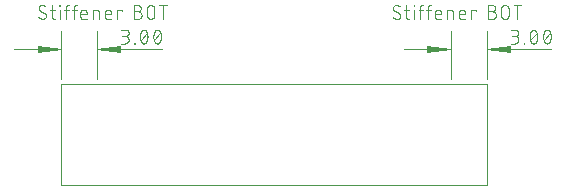
<source format=gko>
G04 EAGLE Gerber RS-274X export*
G75*
%MOMM*%
%FSLAX34Y34*%
%LPD*%
%IN*%
%IPPOS*%
%AMOC8*
5,1,8,0,0,1.08239X$1,22.5*%
G01*
%ADD10C,0.100000*%
%ADD11C,0.101600*%


D10*
X0Y0D02*
X0Y85000D01*
X360000Y85000D01*
X360000Y0D01*
X0Y0D01*
X0Y90000D02*
X0Y130000D01*
X30000Y130000D02*
X30000Y90000D01*
X-500Y115000D02*
X-40000Y115000D01*
X30500Y115000D02*
X84939Y115000D01*
X-500Y115000D02*
X-20000Y117456D01*
X-20000Y112544D01*
X-500Y115000D01*
X-20000Y116000D01*
X-20000Y114000D02*
X-500Y115000D01*
X-20000Y117000D01*
X-20000Y113000D02*
X-500Y115000D01*
X30500Y115000D02*
X50000Y117456D01*
X50000Y112544D01*
X30500Y115000D01*
X50000Y116000D01*
X50000Y114000D02*
X30500Y115000D01*
X50000Y117000D01*
X50000Y113000D02*
X30500Y115000D01*
D11*
X50508Y119683D02*
X53754Y119683D01*
X53867Y119685D01*
X53980Y119691D01*
X54093Y119701D01*
X54206Y119715D01*
X54318Y119732D01*
X54429Y119754D01*
X54539Y119779D01*
X54649Y119809D01*
X54757Y119842D01*
X54864Y119879D01*
X54970Y119919D01*
X55074Y119964D01*
X55177Y120012D01*
X55278Y120063D01*
X55377Y120118D01*
X55474Y120176D01*
X55569Y120238D01*
X55662Y120303D01*
X55752Y120371D01*
X55840Y120442D01*
X55926Y120517D01*
X56009Y120594D01*
X56089Y120674D01*
X56166Y120757D01*
X56241Y120843D01*
X56312Y120931D01*
X56380Y121021D01*
X56445Y121114D01*
X56507Y121209D01*
X56565Y121306D01*
X56620Y121405D01*
X56671Y121506D01*
X56719Y121609D01*
X56764Y121713D01*
X56804Y121819D01*
X56841Y121926D01*
X56874Y122034D01*
X56904Y122144D01*
X56929Y122254D01*
X56951Y122365D01*
X56968Y122477D01*
X56982Y122590D01*
X56992Y122703D01*
X56998Y122816D01*
X57000Y122929D01*
X56998Y123042D01*
X56992Y123155D01*
X56982Y123268D01*
X56968Y123381D01*
X56951Y123493D01*
X56929Y123604D01*
X56904Y123714D01*
X56874Y123824D01*
X56841Y123932D01*
X56804Y124039D01*
X56764Y124145D01*
X56719Y124249D01*
X56671Y124352D01*
X56620Y124453D01*
X56565Y124552D01*
X56507Y124649D01*
X56445Y124744D01*
X56380Y124837D01*
X56312Y124927D01*
X56241Y125015D01*
X56166Y125101D01*
X56089Y125184D01*
X56009Y125264D01*
X55926Y125341D01*
X55840Y125416D01*
X55752Y125487D01*
X55662Y125555D01*
X55569Y125620D01*
X55474Y125682D01*
X55377Y125740D01*
X55278Y125795D01*
X55177Y125846D01*
X55074Y125894D01*
X54970Y125939D01*
X54864Y125979D01*
X54757Y126016D01*
X54649Y126049D01*
X54539Y126079D01*
X54429Y126104D01*
X54318Y126126D01*
X54206Y126143D01*
X54093Y126157D01*
X53980Y126167D01*
X53867Y126173D01*
X53754Y126175D01*
X54403Y131367D02*
X50508Y131367D01*
X54403Y131367D02*
X54504Y131365D01*
X54604Y131359D01*
X54704Y131349D01*
X54804Y131336D01*
X54903Y131318D01*
X55002Y131297D01*
X55099Y131272D01*
X55196Y131243D01*
X55291Y131210D01*
X55385Y131174D01*
X55477Y131134D01*
X55568Y131091D01*
X55657Y131044D01*
X55744Y130994D01*
X55830Y130940D01*
X55913Y130883D01*
X55993Y130823D01*
X56072Y130760D01*
X56148Y130693D01*
X56221Y130624D01*
X56291Y130552D01*
X56359Y130478D01*
X56424Y130401D01*
X56485Y130321D01*
X56544Y130239D01*
X56599Y130155D01*
X56651Y130069D01*
X56700Y129981D01*
X56745Y129891D01*
X56787Y129799D01*
X56825Y129706D01*
X56859Y129611D01*
X56890Y129516D01*
X56917Y129419D01*
X56940Y129321D01*
X56960Y129222D01*
X56975Y129122D01*
X56987Y129022D01*
X56995Y128922D01*
X56999Y128821D01*
X56999Y128721D01*
X56995Y128620D01*
X56987Y128520D01*
X56975Y128420D01*
X56960Y128320D01*
X56940Y128221D01*
X56917Y128123D01*
X56890Y128026D01*
X56859Y127931D01*
X56825Y127836D01*
X56787Y127743D01*
X56745Y127651D01*
X56700Y127561D01*
X56651Y127473D01*
X56599Y127387D01*
X56544Y127303D01*
X56485Y127221D01*
X56424Y127141D01*
X56359Y127064D01*
X56291Y126990D01*
X56221Y126918D01*
X56148Y126849D01*
X56072Y126782D01*
X55993Y126719D01*
X55913Y126659D01*
X55830Y126602D01*
X55744Y126548D01*
X55657Y126498D01*
X55568Y126451D01*
X55477Y126408D01*
X55385Y126368D01*
X55291Y126332D01*
X55196Y126299D01*
X55099Y126270D01*
X55002Y126245D01*
X54903Y126224D01*
X54804Y126206D01*
X54704Y126193D01*
X54604Y126183D01*
X54504Y126177D01*
X54403Y126175D01*
X54403Y126174D02*
X51806Y126174D01*
X61430Y120332D02*
X61430Y119683D01*
X61430Y120332D02*
X62079Y120332D01*
X62079Y119683D01*
X61430Y119683D01*
X66510Y125525D02*
X66513Y125755D01*
X66521Y125985D01*
X66535Y126214D01*
X66554Y126443D01*
X66579Y126672D01*
X66609Y126899D01*
X66644Y127127D01*
X66685Y127353D01*
X66731Y127578D01*
X66783Y127802D01*
X66840Y128024D01*
X66902Y128246D01*
X66970Y128465D01*
X67043Y128683D01*
X67121Y128900D01*
X67204Y129114D01*
X67292Y129326D01*
X67385Y129536D01*
X67484Y129744D01*
X67483Y129744D02*
X67516Y129834D01*
X67552Y129923D01*
X67592Y130011D01*
X67636Y130096D01*
X67683Y130180D01*
X67733Y130262D01*
X67787Y130342D01*
X67843Y130419D01*
X67903Y130495D01*
X67966Y130568D01*
X68031Y130638D01*
X68100Y130706D01*
X68171Y130770D01*
X68244Y130832D01*
X68320Y130891D01*
X68398Y130947D01*
X68479Y131000D01*
X68561Y131049D01*
X68645Y131095D01*
X68732Y131138D01*
X68819Y131177D01*
X68909Y131213D01*
X68999Y131245D01*
X69091Y131273D01*
X69184Y131298D01*
X69278Y131319D01*
X69372Y131336D01*
X69467Y131350D01*
X69563Y131359D01*
X69659Y131365D01*
X69755Y131367D01*
X69851Y131365D01*
X69947Y131359D01*
X70043Y131350D01*
X70138Y131336D01*
X70232Y131319D01*
X70326Y131298D01*
X70419Y131273D01*
X70511Y131245D01*
X70601Y131213D01*
X70691Y131177D01*
X70778Y131138D01*
X70865Y131095D01*
X70949Y131049D01*
X71031Y131000D01*
X71112Y130947D01*
X71190Y130891D01*
X71266Y130832D01*
X71339Y130770D01*
X71410Y130706D01*
X71479Y130638D01*
X71544Y130568D01*
X71607Y130495D01*
X71667Y130419D01*
X71723Y130342D01*
X71777Y130262D01*
X71827Y130180D01*
X71874Y130096D01*
X71918Y130011D01*
X71958Y129923D01*
X71994Y129834D01*
X72027Y129744D01*
X72028Y129744D02*
X72127Y129537D01*
X72220Y129327D01*
X72308Y129114D01*
X72391Y128900D01*
X72469Y128684D01*
X72542Y128466D01*
X72610Y128246D01*
X72672Y128025D01*
X72729Y127802D01*
X72781Y127578D01*
X72827Y127353D01*
X72868Y127127D01*
X72903Y126900D01*
X72933Y126672D01*
X72958Y126443D01*
X72977Y126214D01*
X72991Y125985D01*
X72999Y125755D01*
X73002Y125525D01*
X66510Y125525D02*
X66513Y125295D01*
X66521Y125065D01*
X66535Y124836D01*
X66554Y124607D01*
X66579Y124378D01*
X66609Y124150D01*
X66644Y123923D01*
X66685Y123697D01*
X66731Y123472D01*
X66783Y123248D01*
X66840Y123025D01*
X66902Y122804D01*
X66970Y122584D01*
X67043Y122366D01*
X67121Y122150D01*
X67204Y121936D01*
X67292Y121724D01*
X67385Y121513D01*
X67484Y121306D01*
X67483Y121306D02*
X67516Y121216D01*
X67552Y121127D01*
X67593Y121039D01*
X67636Y120954D01*
X67683Y120870D01*
X67733Y120788D01*
X67787Y120708D01*
X67843Y120631D01*
X67903Y120555D01*
X67966Y120482D01*
X68031Y120412D01*
X68100Y120344D01*
X68171Y120280D01*
X68244Y120218D01*
X68320Y120159D01*
X68398Y120103D01*
X68479Y120050D01*
X68561Y120001D01*
X68645Y119955D01*
X68732Y119912D01*
X68819Y119873D01*
X68909Y119837D01*
X68999Y119805D01*
X69091Y119777D01*
X69184Y119752D01*
X69278Y119731D01*
X69372Y119714D01*
X69467Y119700D01*
X69563Y119691D01*
X69659Y119685D01*
X69755Y119683D01*
X72027Y121306D02*
X72126Y121513D01*
X72219Y121724D01*
X72307Y121936D01*
X72390Y122150D01*
X72468Y122366D01*
X72541Y122584D01*
X72609Y122804D01*
X72671Y123025D01*
X72728Y123248D01*
X72780Y123472D01*
X72826Y123697D01*
X72867Y123923D01*
X72902Y124150D01*
X72932Y124378D01*
X72957Y124607D01*
X72976Y124836D01*
X72990Y125065D01*
X72998Y125295D01*
X73001Y125525D01*
X72027Y121306D02*
X71994Y121216D01*
X71958Y121127D01*
X71918Y121039D01*
X71874Y120954D01*
X71827Y120870D01*
X71777Y120788D01*
X71723Y120708D01*
X71667Y120631D01*
X71607Y120555D01*
X71544Y120482D01*
X71479Y120412D01*
X71410Y120344D01*
X71339Y120280D01*
X71266Y120218D01*
X71190Y120159D01*
X71112Y120103D01*
X71031Y120050D01*
X70949Y120001D01*
X70865Y119955D01*
X70778Y119912D01*
X70691Y119873D01*
X70601Y119837D01*
X70511Y119805D01*
X70419Y119777D01*
X70326Y119752D01*
X70232Y119731D01*
X70138Y119714D01*
X70043Y119700D01*
X69947Y119691D01*
X69851Y119685D01*
X69755Y119683D01*
X67159Y122279D02*
X72352Y128771D01*
X77940Y125525D02*
X77943Y125755D01*
X77951Y125985D01*
X77965Y126214D01*
X77984Y126443D01*
X78009Y126672D01*
X78039Y126899D01*
X78074Y127127D01*
X78115Y127353D01*
X78161Y127578D01*
X78213Y127802D01*
X78270Y128024D01*
X78332Y128246D01*
X78400Y128465D01*
X78473Y128683D01*
X78551Y128900D01*
X78634Y129114D01*
X78722Y129326D01*
X78815Y129536D01*
X78914Y129744D01*
X78913Y129744D02*
X78946Y129834D01*
X78982Y129923D01*
X79022Y130011D01*
X79066Y130096D01*
X79113Y130180D01*
X79163Y130262D01*
X79217Y130342D01*
X79273Y130419D01*
X79333Y130495D01*
X79396Y130568D01*
X79461Y130638D01*
X79530Y130706D01*
X79601Y130770D01*
X79674Y130832D01*
X79750Y130891D01*
X79828Y130947D01*
X79909Y131000D01*
X79991Y131049D01*
X80075Y131095D01*
X80162Y131138D01*
X80249Y131177D01*
X80339Y131213D01*
X80429Y131245D01*
X80521Y131273D01*
X80614Y131298D01*
X80708Y131319D01*
X80802Y131336D01*
X80897Y131350D01*
X80993Y131359D01*
X81089Y131365D01*
X81185Y131367D01*
X81281Y131365D01*
X81377Y131359D01*
X81473Y131350D01*
X81568Y131336D01*
X81662Y131319D01*
X81756Y131298D01*
X81849Y131273D01*
X81941Y131245D01*
X82031Y131213D01*
X82121Y131177D01*
X82208Y131138D01*
X82295Y131095D01*
X82379Y131049D01*
X82461Y131000D01*
X82542Y130947D01*
X82620Y130891D01*
X82696Y130832D01*
X82769Y130770D01*
X82840Y130706D01*
X82909Y130638D01*
X82974Y130568D01*
X83037Y130495D01*
X83097Y130419D01*
X83153Y130342D01*
X83207Y130262D01*
X83257Y130180D01*
X83304Y130096D01*
X83348Y130011D01*
X83388Y129923D01*
X83424Y129834D01*
X83457Y129744D01*
X83458Y129744D02*
X83557Y129537D01*
X83650Y129327D01*
X83738Y129114D01*
X83821Y128900D01*
X83899Y128684D01*
X83972Y128466D01*
X84040Y128246D01*
X84102Y128025D01*
X84159Y127802D01*
X84211Y127578D01*
X84257Y127353D01*
X84298Y127127D01*
X84333Y126900D01*
X84363Y126672D01*
X84388Y126443D01*
X84407Y126214D01*
X84421Y125985D01*
X84429Y125755D01*
X84432Y125525D01*
X77940Y125525D02*
X77943Y125295D01*
X77951Y125065D01*
X77965Y124836D01*
X77984Y124607D01*
X78009Y124378D01*
X78039Y124150D01*
X78074Y123923D01*
X78115Y123697D01*
X78161Y123472D01*
X78213Y123248D01*
X78270Y123025D01*
X78332Y122804D01*
X78400Y122584D01*
X78473Y122366D01*
X78551Y122150D01*
X78634Y121936D01*
X78722Y121724D01*
X78815Y121513D01*
X78914Y121306D01*
X78913Y121306D02*
X78946Y121216D01*
X78982Y121127D01*
X79023Y121039D01*
X79066Y120954D01*
X79113Y120870D01*
X79163Y120788D01*
X79217Y120708D01*
X79273Y120631D01*
X79333Y120555D01*
X79396Y120482D01*
X79461Y120412D01*
X79530Y120344D01*
X79601Y120280D01*
X79674Y120218D01*
X79750Y120159D01*
X79828Y120103D01*
X79909Y120050D01*
X79991Y120001D01*
X80075Y119955D01*
X80162Y119912D01*
X80249Y119873D01*
X80339Y119837D01*
X80429Y119805D01*
X80521Y119777D01*
X80614Y119752D01*
X80708Y119731D01*
X80802Y119714D01*
X80897Y119700D01*
X80993Y119691D01*
X81089Y119685D01*
X81185Y119683D01*
X83457Y121306D02*
X83556Y121513D01*
X83649Y121724D01*
X83737Y121936D01*
X83820Y122150D01*
X83898Y122366D01*
X83971Y122584D01*
X84039Y122804D01*
X84101Y123025D01*
X84158Y123248D01*
X84210Y123472D01*
X84256Y123697D01*
X84297Y123923D01*
X84332Y124150D01*
X84362Y124378D01*
X84387Y124607D01*
X84406Y124836D01*
X84420Y125065D01*
X84428Y125295D01*
X84431Y125525D01*
X83457Y121306D02*
X83424Y121216D01*
X83388Y121127D01*
X83348Y121039D01*
X83304Y120954D01*
X83257Y120870D01*
X83207Y120788D01*
X83153Y120708D01*
X83097Y120631D01*
X83037Y120555D01*
X82974Y120482D01*
X82909Y120412D01*
X82840Y120344D01*
X82769Y120280D01*
X82696Y120218D01*
X82620Y120159D01*
X82542Y120103D01*
X82461Y120050D01*
X82379Y120001D01*
X82295Y119955D01*
X82208Y119912D01*
X82121Y119873D01*
X82031Y119837D01*
X81941Y119805D01*
X81849Y119777D01*
X81756Y119752D01*
X81662Y119731D01*
X81568Y119714D01*
X81473Y119700D01*
X81377Y119691D01*
X81281Y119685D01*
X81185Y119683D01*
X78589Y122279D02*
X83782Y128771D01*
D10*
X360000Y130000D02*
X360000Y90000D01*
X330000Y90000D02*
X330000Y130000D01*
X329500Y115000D02*
X290000Y115000D01*
X360500Y115000D02*
X414939Y115000D01*
X380000Y117456D02*
X360500Y115000D01*
X380000Y117456D02*
X380000Y112544D01*
X360500Y115000D01*
X380000Y116000D01*
X380000Y114000D02*
X360500Y115000D01*
X380000Y117000D01*
X380000Y113000D02*
X360500Y115000D01*
X329500Y115000D02*
X310000Y117456D01*
X310000Y112544D01*
X329500Y115000D01*
X310000Y116000D01*
X310000Y114000D02*
X329500Y115000D01*
X310000Y117000D01*
X310000Y113000D02*
X329500Y115000D01*
D11*
X380508Y119683D02*
X383754Y119683D01*
X383867Y119685D01*
X383980Y119691D01*
X384093Y119701D01*
X384206Y119715D01*
X384318Y119732D01*
X384429Y119754D01*
X384539Y119779D01*
X384649Y119809D01*
X384757Y119842D01*
X384864Y119879D01*
X384970Y119919D01*
X385074Y119964D01*
X385177Y120012D01*
X385278Y120063D01*
X385377Y120118D01*
X385474Y120176D01*
X385569Y120238D01*
X385662Y120303D01*
X385752Y120371D01*
X385840Y120442D01*
X385926Y120517D01*
X386009Y120594D01*
X386089Y120674D01*
X386166Y120757D01*
X386241Y120843D01*
X386312Y120931D01*
X386380Y121021D01*
X386445Y121114D01*
X386507Y121209D01*
X386565Y121306D01*
X386620Y121405D01*
X386671Y121506D01*
X386719Y121609D01*
X386764Y121713D01*
X386804Y121819D01*
X386841Y121926D01*
X386874Y122034D01*
X386904Y122144D01*
X386929Y122254D01*
X386951Y122365D01*
X386968Y122477D01*
X386982Y122590D01*
X386992Y122703D01*
X386998Y122816D01*
X387000Y122929D01*
X386998Y123042D01*
X386992Y123155D01*
X386982Y123268D01*
X386968Y123381D01*
X386951Y123493D01*
X386929Y123604D01*
X386904Y123714D01*
X386874Y123824D01*
X386841Y123932D01*
X386804Y124039D01*
X386764Y124145D01*
X386719Y124249D01*
X386671Y124352D01*
X386620Y124453D01*
X386565Y124552D01*
X386507Y124649D01*
X386445Y124744D01*
X386380Y124837D01*
X386312Y124927D01*
X386241Y125015D01*
X386166Y125101D01*
X386089Y125184D01*
X386009Y125264D01*
X385926Y125341D01*
X385840Y125416D01*
X385752Y125487D01*
X385662Y125555D01*
X385569Y125620D01*
X385474Y125682D01*
X385377Y125740D01*
X385278Y125795D01*
X385177Y125846D01*
X385074Y125894D01*
X384970Y125939D01*
X384864Y125979D01*
X384757Y126016D01*
X384649Y126049D01*
X384539Y126079D01*
X384429Y126104D01*
X384318Y126126D01*
X384206Y126143D01*
X384093Y126157D01*
X383980Y126167D01*
X383867Y126173D01*
X383754Y126175D01*
X384403Y131367D02*
X380508Y131367D01*
X384403Y131367D02*
X384504Y131365D01*
X384604Y131359D01*
X384704Y131349D01*
X384804Y131336D01*
X384903Y131318D01*
X385002Y131297D01*
X385099Y131272D01*
X385196Y131243D01*
X385291Y131210D01*
X385385Y131174D01*
X385477Y131134D01*
X385568Y131091D01*
X385657Y131044D01*
X385744Y130994D01*
X385830Y130940D01*
X385913Y130883D01*
X385993Y130823D01*
X386072Y130760D01*
X386148Y130693D01*
X386221Y130624D01*
X386291Y130552D01*
X386359Y130478D01*
X386424Y130401D01*
X386485Y130321D01*
X386544Y130239D01*
X386599Y130155D01*
X386651Y130069D01*
X386700Y129981D01*
X386745Y129891D01*
X386787Y129799D01*
X386825Y129706D01*
X386859Y129611D01*
X386890Y129516D01*
X386917Y129419D01*
X386940Y129321D01*
X386960Y129222D01*
X386975Y129122D01*
X386987Y129022D01*
X386995Y128922D01*
X386999Y128821D01*
X386999Y128721D01*
X386995Y128620D01*
X386987Y128520D01*
X386975Y128420D01*
X386960Y128320D01*
X386940Y128221D01*
X386917Y128123D01*
X386890Y128026D01*
X386859Y127931D01*
X386825Y127836D01*
X386787Y127743D01*
X386745Y127651D01*
X386700Y127561D01*
X386651Y127473D01*
X386599Y127387D01*
X386544Y127303D01*
X386485Y127221D01*
X386424Y127141D01*
X386359Y127064D01*
X386291Y126990D01*
X386221Y126918D01*
X386148Y126849D01*
X386072Y126782D01*
X385993Y126719D01*
X385913Y126659D01*
X385830Y126602D01*
X385744Y126548D01*
X385657Y126498D01*
X385568Y126451D01*
X385477Y126408D01*
X385385Y126368D01*
X385291Y126332D01*
X385196Y126299D01*
X385099Y126270D01*
X385002Y126245D01*
X384903Y126224D01*
X384804Y126206D01*
X384704Y126193D01*
X384604Y126183D01*
X384504Y126177D01*
X384403Y126175D01*
X384403Y126174D02*
X381806Y126174D01*
X391430Y120332D02*
X391430Y119683D01*
X391430Y120332D02*
X392079Y120332D01*
X392079Y119683D01*
X391430Y119683D01*
X396510Y125525D02*
X396513Y125755D01*
X396521Y125985D01*
X396535Y126214D01*
X396554Y126443D01*
X396579Y126672D01*
X396609Y126899D01*
X396644Y127127D01*
X396685Y127353D01*
X396731Y127578D01*
X396783Y127802D01*
X396840Y128024D01*
X396902Y128246D01*
X396970Y128465D01*
X397043Y128683D01*
X397121Y128900D01*
X397204Y129114D01*
X397292Y129326D01*
X397385Y129536D01*
X397484Y129744D01*
X397483Y129744D02*
X397516Y129834D01*
X397552Y129923D01*
X397592Y130011D01*
X397636Y130096D01*
X397683Y130180D01*
X397733Y130262D01*
X397787Y130342D01*
X397843Y130419D01*
X397903Y130495D01*
X397966Y130568D01*
X398031Y130638D01*
X398100Y130706D01*
X398171Y130770D01*
X398244Y130832D01*
X398320Y130891D01*
X398398Y130947D01*
X398479Y131000D01*
X398561Y131049D01*
X398645Y131095D01*
X398732Y131138D01*
X398819Y131177D01*
X398909Y131213D01*
X398999Y131245D01*
X399091Y131273D01*
X399184Y131298D01*
X399278Y131319D01*
X399372Y131336D01*
X399467Y131350D01*
X399563Y131359D01*
X399659Y131365D01*
X399755Y131367D01*
X399851Y131365D01*
X399947Y131359D01*
X400043Y131350D01*
X400138Y131336D01*
X400232Y131319D01*
X400326Y131298D01*
X400419Y131273D01*
X400511Y131245D01*
X400601Y131213D01*
X400691Y131177D01*
X400778Y131138D01*
X400865Y131095D01*
X400949Y131049D01*
X401031Y131000D01*
X401112Y130947D01*
X401190Y130891D01*
X401266Y130832D01*
X401339Y130770D01*
X401410Y130706D01*
X401479Y130638D01*
X401544Y130568D01*
X401607Y130495D01*
X401667Y130419D01*
X401723Y130342D01*
X401777Y130262D01*
X401827Y130180D01*
X401874Y130096D01*
X401918Y130011D01*
X401958Y129923D01*
X401994Y129834D01*
X402027Y129744D01*
X402028Y129744D02*
X402127Y129537D01*
X402220Y129327D01*
X402308Y129114D01*
X402391Y128900D01*
X402469Y128684D01*
X402542Y128466D01*
X402610Y128246D01*
X402672Y128025D01*
X402729Y127802D01*
X402781Y127578D01*
X402827Y127353D01*
X402868Y127127D01*
X402903Y126900D01*
X402933Y126672D01*
X402958Y126443D01*
X402977Y126214D01*
X402991Y125985D01*
X402999Y125755D01*
X403002Y125525D01*
X396510Y125525D02*
X396513Y125295D01*
X396521Y125065D01*
X396535Y124836D01*
X396554Y124607D01*
X396579Y124378D01*
X396609Y124150D01*
X396644Y123923D01*
X396685Y123697D01*
X396731Y123472D01*
X396783Y123248D01*
X396840Y123025D01*
X396902Y122804D01*
X396970Y122584D01*
X397043Y122366D01*
X397121Y122150D01*
X397204Y121936D01*
X397292Y121724D01*
X397385Y121513D01*
X397484Y121306D01*
X397483Y121306D02*
X397516Y121216D01*
X397552Y121127D01*
X397593Y121039D01*
X397636Y120954D01*
X397683Y120870D01*
X397733Y120788D01*
X397787Y120708D01*
X397843Y120631D01*
X397903Y120555D01*
X397966Y120482D01*
X398031Y120412D01*
X398100Y120344D01*
X398171Y120280D01*
X398244Y120218D01*
X398320Y120159D01*
X398398Y120103D01*
X398479Y120050D01*
X398561Y120001D01*
X398645Y119955D01*
X398732Y119912D01*
X398819Y119873D01*
X398909Y119837D01*
X398999Y119805D01*
X399091Y119777D01*
X399184Y119752D01*
X399278Y119731D01*
X399372Y119714D01*
X399467Y119700D01*
X399563Y119691D01*
X399659Y119685D01*
X399755Y119683D01*
X402027Y121306D02*
X402126Y121513D01*
X402219Y121724D01*
X402307Y121936D01*
X402390Y122150D01*
X402468Y122366D01*
X402541Y122584D01*
X402609Y122804D01*
X402671Y123025D01*
X402728Y123248D01*
X402780Y123472D01*
X402826Y123697D01*
X402867Y123923D01*
X402902Y124150D01*
X402932Y124378D01*
X402957Y124607D01*
X402976Y124836D01*
X402990Y125065D01*
X402998Y125295D01*
X403001Y125525D01*
X402027Y121306D02*
X401994Y121216D01*
X401958Y121127D01*
X401918Y121039D01*
X401874Y120954D01*
X401827Y120870D01*
X401777Y120788D01*
X401723Y120708D01*
X401667Y120631D01*
X401607Y120555D01*
X401544Y120482D01*
X401479Y120412D01*
X401410Y120344D01*
X401339Y120280D01*
X401266Y120218D01*
X401190Y120159D01*
X401112Y120103D01*
X401031Y120050D01*
X400949Y120001D01*
X400865Y119955D01*
X400778Y119912D01*
X400691Y119873D01*
X400601Y119837D01*
X400511Y119805D01*
X400419Y119777D01*
X400326Y119752D01*
X400232Y119731D01*
X400138Y119714D01*
X400043Y119700D01*
X399947Y119691D01*
X399851Y119685D01*
X399755Y119683D01*
X397159Y122279D02*
X402352Y128771D01*
X407940Y125525D02*
X407943Y125755D01*
X407951Y125985D01*
X407965Y126214D01*
X407984Y126443D01*
X408009Y126672D01*
X408039Y126899D01*
X408074Y127127D01*
X408115Y127353D01*
X408161Y127578D01*
X408213Y127802D01*
X408270Y128024D01*
X408332Y128246D01*
X408400Y128465D01*
X408473Y128683D01*
X408551Y128900D01*
X408634Y129114D01*
X408722Y129326D01*
X408815Y129536D01*
X408914Y129744D01*
X408913Y129744D02*
X408946Y129834D01*
X408982Y129923D01*
X409022Y130011D01*
X409066Y130096D01*
X409113Y130180D01*
X409163Y130262D01*
X409217Y130342D01*
X409273Y130419D01*
X409333Y130495D01*
X409396Y130568D01*
X409461Y130638D01*
X409530Y130706D01*
X409601Y130770D01*
X409674Y130832D01*
X409750Y130891D01*
X409828Y130947D01*
X409909Y131000D01*
X409991Y131049D01*
X410075Y131095D01*
X410162Y131138D01*
X410249Y131177D01*
X410339Y131213D01*
X410429Y131245D01*
X410521Y131273D01*
X410614Y131298D01*
X410708Y131319D01*
X410802Y131336D01*
X410897Y131350D01*
X410993Y131359D01*
X411089Y131365D01*
X411185Y131367D01*
X411281Y131365D01*
X411377Y131359D01*
X411473Y131350D01*
X411568Y131336D01*
X411662Y131319D01*
X411756Y131298D01*
X411849Y131273D01*
X411941Y131245D01*
X412031Y131213D01*
X412121Y131177D01*
X412208Y131138D01*
X412295Y131095D01*
X412379Y131049D01*
X412461Y131000D01*
X412542Y130947D01*
X412620Y130891D01*
X412696Y130832D01*
X412769Y130770D01*
X412840Y130706D01*
X412909Y130638D01*
X412974Y130568D01*
X413037Y130495D01*
X413097Y130419D01*
X413153Y130342D01*
X413207Y130262D01*
X413257Y130180D01*
X413304Y130096D01*
X413348Y130011D01*
X413388Y129923D01*
X413424Y129834D01*
X413457Y129744D01*
X413458Y129744D02*
X413557Y129537D01*
X413650Y129327D01*
X413738Y129114D01*
X413821Y128900D01*
X413899Y128684D01*
X413972Y128466D01*
X414040Y128246D01*
X414102Y128025D01*
X414159Y127802D01*
X414211Y127578D01*
X414257Y127353D01*
X414298Y127127D01*
X414333Y126900D01*
X414363Y126672D01*
X414388Y126443D01*
X414407Y126214D01*
X414421Y125985D01*
X414429Y125755D01*
X414432Y125525D01*
X407940Y125525D02*
X407943Y125295D01*
X407951Y125065D01*
X407965Y124836D01*
X407984Y124607D01*
X408009Y124378D01*
X408039Y124150D01*
X408074Y123923D01*
X408115Y123697D01*
X408161Y123472D01*
X408213Y123248D01*
X408270Y123025D01*
X408332Y122804D01*
X408400Y122584D01*
X408473Y122366D01*
X408551Y122150D01*
X408634Y121936D01*
X408722Y121724D01*
X408815Y121513D01*
X408914Y121306D01*
X408913Y121306D02*
X408946Y121216D01*
X408982Y121127D01*
X409023Y121039D01*
X409066Y120954D01*
X409113Y120870D01*
X409163Y120788D01*
X409217Y120708D01*
X409273Y120631D01*
X409333Y120555D01*
X409396Y120482D01*
X409461Y120412D01*
X409530Y120344D01*
X409601Y120280D01*
X409674Y120218D01*
X409750Y120159D01*
X409828Y120103D01*
X409909Y120050D01*
X409991Y120001D01*
X410075Y119955D01*
X410162Y119912D01*
X410249Y119873D01*
X410339Y119837D01*
X410429Y119805D01*
X410521Y119777D01*
X410614Y119752D01*
X410708Y119731D01*
X410802Y119714D01*
X410897Y119700D01*
X410993Y119691D01*
X411089Y119685D01*
X411185Y119683D01*
X413457Y121306D02*
X413556Y121513D01*
X413649Y121724D01*
X413737Y121936D01*
X413820Y122150D01*
X413898Y122366D01*
X413971Y122584D01*
X414039Y122804D01*
X414101Y123025D01*
X414158Y123248D01*
X414210Y123472D01*
X414256Y123697D01*
X414297Y123923D01*
X414332Y124150D01*
X414362Y124378D01*
X414387Y124607D01*
X414406Y124836D01*
X414420Y125065D01*
X414428Y125295D01*
X414431Y125525D01*
X413457Y121306D02*
X413424Y121216D01*
X413388Y121127D01*
X413348Y121039D01*
X413304Y120954D01*
X413257Y120870D01*
X413207Y120788D01*
X413153Y120708D01*
X413097Y120631D01*
X413037Y120555D01*
X412974Y120482D01*
X412909Y120412D01*
X412840Y120344D01*
X412769Y120280D01*
X412696Y120218D01*
X412620Y120159D01*
X412542Y120103D01*
X412461Y120050D01*
X412379Y120001D01*
X412295Y119955D01*
X412208Y119912D01*
X412121Y119873D01*
X412031Y119837D01*
X411941Y119805D01*
X411849Y119777D01*
X411756Y119752D01*
X411662Y119731D01*
X411568Y119714D01*
X411473Y119700D01*
X411377Y119691D01*
X411281Y119685D01*
X411185Y119683D01*
X408589Y122279D02*
X413782Y128771D01*
X-13001Y143104D02*
X-13003Y143005D01*
X-13009Y142905D01*
X-13018Y142806D01*
X-13031Y142708D01*
X-13048Y142610D01*
X-13069Y142512D01*
X-13094Y142416D01*
X-13122Y142321D01*
X-13154Y142227D01*
X-13189Y142134D01*
X-13228Y142042D01*
X-13271Y141952D01*
X-13316Y141864D01*
X-13366Y141777D01*
X-13418Y141693D01*
X-13474Y141610D01*
X-13532Y141530D01*
X-13594Y141452D01*
X-13659Y141377D01*
X-13727Y141304D01*
X-13797Y141234D01*
X-13870Y141166D01*
X-13945Y141101D01*
X-14023Y141039D01*
X-14103Y140981D01*
X-14186Y140925D01*
X-14270Y140873D01*
X-14357Y140823D01*
X-14445Y140778D01*
X-14535Y140735D01*
X-14627Y140696D01*
X-14720Y140661D01*
X-14814Y140629D01*
X-14909Y140601D01*
X-15005Y140576D01*
X-15103Y140555D01*
X-15201Y140538D01*
X-15299Y140525D01*
X-15398Y140516D01*
X-15498Y140510D01*
X-15597Y140508D01*
X-15741Y140510D01*
X-15886Y140516D01*
X-16030Y140525D01*
X-16173Y140538D01*
X-16317Y140555D01*
X-16460Y140576D01*
X-16602Y140601D01*
X-16743Y140629D01*
X-16884Y140661D01*
X-17024Y140697D01*
X-17163Y140736D01*
X-17301Y140779D01*
X-17437Y140826D01*
X-17573Y140876D01*
X-17707Y140930D01*
X-17839Y140987D01*
X-17970Y141048D01*
X-18099Y141112D01*
X-18227Y141180D01*
X-18353Y141251D01*
X-18477Y141325D01*
X-18598Y141402D01*
X-18718Y141483D01*
X-18836Y141566D01*
X-18951Y141653D01*
X-19064Y141743D01*
X-19175Y141836D01*
X-19283Y141931D01*
X-19389Y142030D01*
X-19492Y142131D01*
X-19167Y149596D02*
X-19165Y149695D01*
X-19159Y149795D01*
X-19150Y149894D01*
X-19137Y149992D01*
X-19120Y150090D01*
X-19099Y150188D01*
X-19074Y150284D01*
X-19046Y150379D01*
X-19014Y150473D01*
X-18979Y150566D01*
X-18940Y150658D01*
X-18897Y150748D01*
X-18852Y150836D01*
X-18802Y150923D01*
X-18750Y151007D01*
X-18694Y151090D01*
X-18636Y151170D01*
X-18574Y151248D01*
X-18509Y151323D01*
X-18441Y151396D01*
X-18371Y151466D01*
X-18298Y151534D01*
X-18223Y151599D01*
X-18145Y151661D01*
X-18065Y151719D01*
X-17982Y151775D01*
X-17898Y151827D01*
X-17811Y151877D01*
X-17723Y151922D01*
X-17633Y151965D01*
X-17541Y152004D01*
X-17448Y152039D01*
X-17354Y152071D01*
X-17259Y152099D01*
X-17163Y152124D01*
X-17065Y152145D01*
X-16967Y152162D01*
X-16869Y152175D01*
X-16770Y152184D01*
X-16670Y152190D01*
X-16571Y152192D01*
X-16435Y152190D01*
X-16299Y152184D01*
X-16163Y152175D01*
X-16027Y152162D01*
X-15892Y152144D01*
X-15758Y152124D01*
X-15624Y152099D01*
X-15490Y152071D01*
X-15358Y152038D01*
X-15227Y152003D01*
X-15096Y151963D01*
X-14967Y151920D01*
X-14839Y151874D01*
X-14713Y151823D01*
X-14587Y151770D01*
X-14464Y151712D01*
X-14342Y151652D01*
X-14222Y151588D01*
X-14103Y151520D01*
X-13987Y151450D01*
X-13873Y151376D01*
X-13760Y151299D01*
X-13650Y151218D01*
X-17869Y147324D02*
X-17955Y147377D01*
X-18039Y147434D01*
X-18121Y147493D01*
X-18201Y147556D01*
X-18278Y147622D01*
X-18353Y147690D01*
X-18425Y147762D01*
X-18494Y147836D01*
X-18560Y147913D01*
X-18623Y147992D01*
X-18683Y148074D01*
X-18740Y148158D01*
X-18794Y148244D01*
X-18844Y148332D01*
X-18891Y148422D01*
X-18935Y148513D01*
X-18974Y148607D01*
X-19011Y148701D01*
X-19043Y148797D01*
X-19072Y148895D01*
X-19097Y148993D01*
X-19118Y149092D01*
X-19136Y149192D01*
X-19149Y149292D01*
X-19159Y149393D01*
X-19165Y149495D01*
X-19167Y149596D01*
X-14299Y145376D02*
X-14213Y145323D01*
X-14129Y145266D01*
X-14047Y145207D01*
X-13967Y145144D01*
X-13890Y145078D01*
X-13815Y145010D01*
X-13743Y144938D01*
X-13674Y144864D01*
X-13608Y144787D01*
X-13545Y144708D01*
X-13485Y144626D01*
X-13428Y144542D01*
X-13374Y144456D01*
X-13324Y144368D01*
X-13277Y144278D01*
X-13233Y144187D01*
X-13194Y144093D01*
X-13157Y143999D01*
X-13125Y143903D01*
X-13096Y143805D01*
X-13071Y143707D01*
X-13050Y143608D01*
X-13032Y143508D01*
X-13019Y143408D01*
X-13009Y143307D01*
X-13003Y143205D01*
X-13001Y143104D01*
X-14299Y145376D02*
X-17869Y147324D01*
X-9523Y148297D02*
X-5629Y148297D01*
X-8225Y152192D02*
X-8225Y142455D01*
X-8223Y142368D01*
X-8217Y142280D01*
X-8207Y142194D01*
X-8194Y142107D01*
X-8176Y142022D01*
X-8155Y141937D01*
X-8130Y141853D01*
X-8101Y141771D01*
X-8068Y141690D01*
X-8032Y141610D01*
X-7993Y141532D01*
X-7949Y141456D01*
X-7903Y141382D01*
X-7853Y141311D01*
X-7800Y141241D01*
X-7744Y141174D01*
X-7685Y141110D01*
X-7623Y141048D01*
X-7559Y140989D01*
X-7492Y140933D01*
X-7422Y140880D01*
X-7351Y140830D01*
X-7277Y140784D01*
X-7201Y140740D01*
X-7123Y140701D01*
X-7043Y140665D01*
X-6962Y140632D01*
X-6880Y140603D01*
X-6796Y140578D01*
X-6711Y140557D01*
X-6626Y140539D01*
X-6539Y140526D01*
X-6453Y140516D01*
X-6365Y140510D01*
X-6278Y140508D01*
X-5629Y140508D01*
X-1388Y140508D02*
X-1388Y148297D01*
X-1712Y151543D02*
X-1712Y152192D01*
X-1063Y152192D01*
X-1063Y151543D01*
X-1712Y151543D01*
X3882Y150245D02*
X3882Y140508D01*
X3882Y150245D02*
X3884Y150332D01*
X3890Y150420D01*
X3900Y150506D01*
X3913Y150593D01*
X3931Y150678D01*
X3952Y150763D01*
X3977Y150847D01*
X4006Y150929D01*
X4039Y151010D01*
X4075Y151090D01*
X4114Y151168D01*
X4158Y151244D01*
X4204Y151318D01*
X4254Y151389D01*
X4307Y151459D01*
X4363Y151526D01*
X4422Y151590D01*
X4483Y151652D01*
X4548Y151711D01*
X4615Y151767D01*
X4685Y151820D01*
X4756Y151870D01*
X4830Y151916D01*
X4906Y151960D01*
X4984Y151999D01*
X5064Y152035D01*
X5145Y152068D01*
X5227Y152097D01*
X5311Y152122D01*
X5396Y152143D01*
X5481Y152161D01*
X5568Y152174D01*
X5654Y152184D01*
X5742Y152190D01*
X5829Y152192D01*
X6478Y152192D01*
X6478Y148297D02*
X2583Y148297D01*
X10359Y150245D02*
X10359Y140508D01*
X10359Y150245D02*
X10361Y150332D01*
X10367Y150420D01*
X10377Y150506D01*
X10390Y150593D01*
X10408Y150678D01*
X10429Y150763D01*
X10454Y150847D01*
X10483Y150929D01*
X10516Y151010D01*
X10552Y151090D01*
X10591Y151168D01*
X10635Y151244D01*
X10681Y151318D01*
X10731Y151389D01*
X10784Y151459D01*
X10840Y151526D01*
X10899Y151590D01*
X10960Y151652D01*
X11025Y151711D01*
X11092Y151767D01*
X11162Y151820D01*
X11233Y151870D01*
X11307Y151916D01*
X11383Y151960D01*
X11461Y151999D01*
X11541Y152035D01*
X11622Y152068D01*
X11704Y152097D01*
X11788Y152122D01*
X11873Y152143D01*
X11958Y152161D01*
X12045Y152174D01*
X12131Y152184D01*
X12219Y152190D01*
X12306Y152192D01*
X12955Y152192D01*
X12955Y148297D02*
X9060Y148297D01*
X18156Y140508D02*
X21402Y140508D01*
X18156Y140508D02*
X18069Y140510D01*
X17981Y140516D01*
X17895Y140526D01*
X17808Y140539D01*
X17723Y140557D01*
X17638Y140578D01*
X17554Y140603D01*
X17472Y140632D01*
X17391Y140665D01*
X17311Y140701D01*
X17233Y140740D01*
X17157Y140784D01*
X17083Y140830D01*
X17012Y140880D01*
X16942Y140933D01*
X16875Y140989D01*
X16811Y141048D01*
X16749Y141110D01*
X16690Y141174D01*
X16634Y141241D01*
X16581Y141311D01*
X16531Y141382D01*
X16485Y141456D01*
X16441Y141532D01*
X16402Y141610D01*
X16366Y141690D01*
X16333Y141771D01*
X16304Y141853D01*
X16279Y141937D01*
X16258Y142022D01*
X16240Y142107D01*
X16227Y142194D01*
X16217Y142280D01*
X16211Y142368D01*
X16209Y142455D01*
X16209Y145701D01*
X16211Y145802D01*
X16217Y145902D01*
X16227Y146002D01*
X16240Y146102D01*
X16258Y146201D01*
X16279Y146300D01*
X16304Y146397D01*
X16333Y146494D01*
X16366Y146589D01*
X16402Y146683D01*
X16442Y146775D01*
X16485Y146866D01*
X16532Y146955D01*
X16582Y147042D01*
X16636Y147128D01*
X16693Y147211D01*
X16753Y147291D01*
X16816Y147370D01*
X16883Y147446D01*
X16952Y147519D01*
X17024Y147589D01*
X17098Y147657D01*
X17175Y147722D01*
X17255Y147783D01*
X17337Y147842D01*
X17421Y147897D01*
X17507Y147949D01*
X17595Y147998D01*
X17685Y148043D01*
X17777Y148085D01*
X17870Y148123D01*
X17965Y148157D01*
X18060Y148188D01*
X18157Y148215D01*
X18255Y148238D01*
X18354Y148258D01*
X18454Y148273D01*
X18554Y148285D01*
X18654Y148293D01*
X18755Y148297D01*
X18855Y148297D01*
X18956Y148293D01*
X19056Y148285D01*
X19156Y148273D01*
X19256Y148258D01*
X19355Y148238D01*
X19453Y148215D01*
X19550Y148188D01*
X19645Y148157D01*
X19740Y148123D01*
X19833Y148085D01*
X19925Y148043D01*
X20015Y147998D01*
X20103Y147949D01*
X20189Y147897D01*
X20273Y147842D01*
X20355Y147783D01*
X20435Y147722D01*
X20512Y147657D01*
X20586Y147589D01*
X20658Y147519D01*
X20727Y147446D01*
X20794Y147370D01*
X20857Y147291D01*
X20917Y147211D01*
X20974Y147128D01*
X21028Y147042D01*
X21078Y146955D01*
X21125Y146866D01*
X21168Y146775D01*
X21208Y146683D01*
X21244Y146589D01*
X21277Y146494D01*
X21306Y146397D01*
X21331Y146300D01*
X21352Y146201D01*
X21370Y146102D01*
X21383Y146002D01*
X21393Y145902D01*
X21399Y145802D01*
X21401Y145701D01*
X21402Y145701D02*
X21402Y144403D01*
X16209Y144403D01*
X26496Y140508D02*
X26496Y148297D01*
X29742Y148297D01*
X29829Y148295D01*
X29917Y148289D01*
X30003Y148279D01*
X30090Y148266D01*
X30175Y148248D01*
X30260Y148227D01*
X30344Y148202D01*
X30426Y148173D01*
X30507Y148140D01*
X30587Y148104D01*
X30665Y148065D01*
X30741Y148021D01*
X30815Y147975D01*
X30886Y147925D01*
X30956Y147872D01*
X31023Y147816D01*
X31087Y147757D01*
X31149Y147696D01*
X31208Y147631D01*
X31264Y147564D01*
X31317Y147494D01*
X31367Y147423D01*
X31413Y147349D01*
X31457Y147273D01*
X31496Y147195D01*
X31532Y147115D01*
X31565Y147034D01*
X31594Y146952D01*
X31619Y146868D01*
X31640Y146783D01*
X31658Y146698D01*
X31671Y146611D01*
X31681Y146525D01*
X31687Y146437D01*
X31689Y146350D01*
X31689Y140508D01*
X38730Y140508D02*
X41976Y140508D01*
X38730Y140508D02*
X38643Y140510D01*
X38555Y140516D01*
X38469Y140526D01*
X38382Y140539D01*
X38297Y140557D01*
X38212Y140578D01*
X38128Y140603D01*
X38046Y140632D01*
X37965Y140665D01*
X37885Y140701D01*
X37807Y140740D01*
X37731Y140784D01*
X37657Y140830D01*
X37586Y140880D01*
X37516Y140933D01*
X37449Y140989D01*
X37385Y141048D01*
X37323Y141110D01*
X37264Y141174D01*
X37208Y141241D01*
X37155Y141311D01*
X37105Y141382D01*
X37059Y141456D01*
X37015Y141532D01*
X36976Y141610D01*
X36940Y141690D01*
X36907Y141771D01*
X36878Y141853D01*
X36853Y141937D01*
X36832Y142022D01*
X36814Y142107D01*
X36801Y142194D01*
X36791Y142280D01*
X36785Y142368D01*
X36783Y142455D01*
X36783Y145701D01*
X36785Y145802D01*
X36791Y145902D01*
X36801Y146002D01*
X36814Y146102D01*
X36832Y146201D01*
X36853Y146300D01*
X36878Y146397D01*
X36907Y146494D01*
X36940Y146589D01*
X36976Y146683D01*
X37016Y146775D01*
X37059Y146866D01*
X37106Y146955D01*
X37156Y147042D01*
X37210Y147128D01*
X37267Y147211D01*
X37327Y147291D01*
X37390Y147370D01*
X37457Y147446D01*
X37526Y147519D01*
X37598Y147589D01*
X37672Y147657D01*
X37749Y147722D01*
X37829Y147783D01*
X37911Y147842D01*
X37995Y147897D01*
X38081Y147949D01*
X38169Y147998D01*
X38259Y148043D01*
X38351Y148085D01*
X38444Y148123D01*
X38539Y148157D01*
X38634Y148188D01*
X38731Y148215D01*
X38829Y148238D01*
X38928Y148258D01*
X39028Y148273D01*
X39128Y148285D01*
X39228Y148293D01*
X39329Y148297D01*
X39429Y148297D01*
X39530Y148293D01*
X39630Y148285D01*
X39730Y148273D01*
X39830Y148258D01*
X39929Y148238D01*
X40027Y148215D01*
X40124Y148188D01*
X40219Y148157D01*
X40314Y148123D01*
X40407Y148085D01*
X40499Y148043D01*
X40589Y147998D01*
X40677Y147949D01*
X40763Y147897D01*
X40847Y147842D01*
X40929Y147783D01*
X41009Y147722D01*
X41086Y147657D01*
X41160Y147589D01*
X41232Y147519D01*
X41301Y147446D01*
X41368Y147370D01*
X41431Y147291D01*
X41491Y147211D01*
X41548Y147128D01*
X41602Y147042D01*
X41652Y146955D01*
X41699Y146866D01*
X41742Y146775D01*
X41782Y146683D01*
X41818Y146589D01*
X41851Y146494D01*
X41880Y146397D01*
X41905Y146300D01*
X41926Y146201D01*
X41944Y146102D01*
X41957Y146002D01*
X41967Y145902D01*
X41973Y145802D01*
X41975Y145701D01*
X41976Y145701D02*
X41976Y144403D01*
X36783Y144403D01*
X47136Y140508D02*
X47136Y148297D01*
X51031Y148297D01*
X51031Y146999D01*
X61449Y146999D02*
X64695Y146999D01*
X64695Y147000D02*
X64808Y146998D01*
X64921Y146992D01*
X65034Y146982D01*
X65147Y146968D01*
X65259Y146951D01*
X65370Y146929D01*
X65480Y146904D01*
X65590Y146874D01*
X65698Y146841D01*
X65805Y146804D01*
X65911Y146764D01*
X66015Y146719D01*
X66118Y146671D01*
X66219Y146620D01*
X66318Y146565D01*
X66415Y146507D01*
X66510Y146445D01*
X66603Y146380D01*
X66693Y146312D01*
X66781Y146241D01*
X66867Y146166D01*
X66950Y146089D01*
X67030Y146009D01*
X67107Y145926D01*
X67182Y145840D01*
X67253Y145752D01*
X67321Y145662D01*
X67386Y145569D01*
X67448Y145474D01*
X67506Y145377D01*
X67561Y145278D01*
X67612Y145177D01*
X67660Y145074D01*
X67705Y144970D01*
X67745Y144864D01*
X67782Y144757D01*
X67815Y144649D01*
X67845Y144539D01*
X67870Y144429D01*
X67892Y144318D01*
X67909Y144206D01*
X67923Y144093D01*
X67933Y143980D01*
X67939Y143867D01*
X67941Y143754D01*
X67939Y143641D01*
X67933Y143528D01*
X67923Y143415D01*
X67909Y143302D01*
X67892Y143190D01*
X67870Y143079D01*
X67845Y142969D01*
X67815Y142859D01*
X67782Y142751D01*
X67745Y142644D01*
X67705Y142538D01*
X67660Y142434D01*
X67612Y142331D01*
X67561Y142230D01*
X67506Y142131D01*
X67448Y142034D01*
X67386Y141939D01*
X67321Y141846D01*
X67253Y141756D01*
X67182Y141668D01*
X67107Y141582D01*
X67030Y141499D01*
X66950Y141419D01*
X66867Y141342D01*
X66781Y141267D01*
X66693Y141196D01*
X66603Y141128D01*
X66510Y141063D01*
X66415Y141001D01*
X66318Y140943D01*
X66219Y140888D01*
X66118Y140837D01*
X66015Y140789D01*
X65911Y140744D01*
X65805Y140704D01*
X65698Y140667D01*
X65590Y140634D01*
X65480Y140604D01*
X65370Y140579D01*
X65259Y140557D01*
X65147Y140540D01*
X65034Y140526D01*
X64921Y140516D01*
X64808Y140510D01*
X64695Y140508D01*
X61449Y140508D01*
X61449Y152192D01*
X64695Y152192D01*
X64796Y152190D01*
X64896Y152184D01*
X64996Y152174D01*
X65096Y152161D01*
X65195Y152143D01*
X65294Y152122D01*
X65391Y152097D01*
X65488Y152068D01*
X65583Y152035D01*
X65677Y151999D01*
X65769Y151959D01*
X65860Y151916D01*
X65949Y151869D01*
X66036Y151819D01*
X66122Y151765D01*
X66205Y151708D01*
X66285Y151648D01*
X66364Y151585D01*
X66440Y151518D01*
X66513Y151449D01*
X66583Y151377D01*
X66651Y151303D01*
X66716Y151226D01*
X66777Y151146D01*
X66836Y151064D01*
X66891Y150980D01*
X66943Y150894D01*
X66992Y150806D01*
X67037Y150716D01*
X67079Y150624D01*
X67117Y150531D01*
X67151Y150436D01*
X67182Y150341D01*
X67209Y150244D01*
X67232Y150146D01*
X67252Y150047D01*
X67267Y149947D01*
X67279Y149847D01*
X67287Y149747D01*
X67291Y149646D01*
X67291Y149546D01*
X67287Y149445D01*
X67279Y149345D01*
X67267Y149245D01*
X67252Y149145D01*
X67232Y149046D01*
X67209Y148948D01*
X67182Y148851D01*
X67151Y148756D01*
X67117Y148661D01*
X67079Y148568D01*
X67037Y148476D01*
X66992Y148386D01*
X66943Y148298D01*
X66891Y148212D01*
X66836Y148128D01*
X66777Y148046D01*
X66716Y147966D01*
X66651Y147889D01*
X66583Y147815D01*
X66513Y147743D01*
X66440Y147674D01*
X66364Y147607D01*
X66285Y147544D01*
X66205Y147484D01*
X66122Y147427D01*
X66036Y147373D01*
X65949Y147323D01*
X65860Y147276D01*
X65769Y147233D01*
X65677Y147193D01*
X65583Y147157D01*
X65488Y147124D01*
X65391Y147095D01*
X65294Y147070D01*
X65195Y147049D01*
X65096Y147031D01*
X64996Y147018D01*
X64896Y147008D01*
X64796Y147002D01*
X64695Y147000D01*
X72329Y148946D02*
X72329Y143754D01*
X72328Y148946D02*
X72330Y149059D01*
X72336Y149172D01*
X72346Y149285D01*
X72360Y149398D01*
X72377Y149510D01*
X72399Y149621D01*
X72424Y149731D01*
X72454Y149841D01*
X72487Y149949D01*
X72524Y150056D01*
X72564Y150162D01*
X72609Y150266D01*
X72657Y150369D01*
X72708Y150470D01*
X72763Y150569D01*
X72821Y150666D01*
X72883Y150761D01*
X72948Y150854D01*
X73016Y150944D01*
X73087Y151032D01*
X73162Y151118D01*
X73239Y151201D01*
X73319Y151281D01*
X73402Y151358D01*
X73488Y151433D01*
X73576Y151504D01*
X73666Y151572D01*
X73759Y151637D01*
X73854Y151699D01*
X73951Y151757D01*
X74050Y151812D01*
X74151Y151863D01*
X74254Y151911D01*
X74358Y151956D01*
X74464Y151996D01*
X74571Y152033D01*
X74679Y152066D01*
X74789Y152096D01*
X74899Y152121D01*
X75010Y152143D01*
X75122Y152160D01*
X75235Y152174D01*
X75348Y152184D01*
X75461Y152190D01*
X75574Y152192D01*
X75687Y152190D01*
X75800Y152184D01*
X75913Y152174D01*
X76026Y152160D01*
X76138Y152143D01*
X76249Y152121D01*
X76359Y152096D01*
X76469Y152066D01*
X76577Y152033D01*
X76684Y151996D01*
X76790Y151956D01*
X76894Y151911D01*
X76997Y151863D01*
X77098Y151812D01*
X77197Y151757D01*
X77294Y151699D01*
X77389Y151637D01*
X77482Y151572D01*
X77572Y151504D01*
X77660Y151433D01*
X77746Y151358D01*
X77829Y151281D01*
X77909Y151201D01*
X77986Y151118D01*
X78061Y151032D01*
X78132Y150944D01*
X78200Y150854D01*
X78265Y150761D01*
X78327Y150666D01*
X78385Y150569D01*
X78440Y150470D01*
X78491Y150369D01*
X78539Y150266D01*
X78584Y150162D01*
X78624Y150056D01*
X78661Y149949D01*
X78694Y149841D01*
X78724Y149731D01*
X78749Y149621D01*
X78771Y149510D01*
X78788Y149398D01*
X78802Y149285D01*
X78812Y149172D01*
X78818Y149059D01*
X78820Y148946D01*
X78820Y143754D01*
X78818Y143641D01*
X78812Y143528D01*
X78802Y143415D01*
X78788Y143302D01*
X78771Y143190D01*
X78749Y143079D01*
X78724Y142969D01*
X78694Y142859D01*
X78661Y142751D01*
X78624Y142644D01*
X78584Y142538D01*
X78539Y142434D01*
X78491Y142331D01*
X78440Y142230D01*
X78385Y142131D01*
X78327Y142034D01*
X78265Y141939D01*
X78200Y141846D01*
X78132Y141756D01*
X78061Y141668D01*
X77986Y141582D01*
X77909Y141499D01*
X77829Y141419D01*
X77746Y141342D01*
X77660Y141267D01*
X77572Y141196D01*
X77482Y141128D01*
X77389Y141063D01*
X77294Y141001D01*
X77197Y140943D01*
X77098Y140888D01*
X76997Y140837D01*
X76894Y140789D01*
X76790Y140744D01*
X76684Y140704D01*
X76577Y140667D01*
X76469Y140634D01*
X76359Y140604D01*
X76249Y140579D01*
X76138Y140557D01*
X76026Y140540D01*
X75913Y140526D01*
X75800Y140516D01*
X75687Y140510D01*
X75574Y140508D01*
X75461Y140510D01*
X75348Y140516D01*
X75235Y140526D01*
X75122Y140540D01*
X75010Y140557D01*
X74899Y140579D01*
X74789Y140604D01*
X74679Y140634D01*
X74571Y140667D01*
X74464Y140704D01*
X74358Y140744D01*
X74254Y140789D01*
X74151Y140837D01*
X74050Y140888D01*
X73951Y140943D01*
X73854Y141001D01*
X73759Y141063D01*
X73666Y141128D01*
X73576Y141196D01*
X73488Y141267D01*
X73402Y141342D01*
X73319Y141419D01*
X73239Y141499D01*
X73162Y141582D01*
X73087Y141668D01*
X73016Y141756D01*
X72948Y141846D01*
X72883Y141939D01*
X72821Y142034D01*
X72763Y142131D01*
X72708Y142230D01*
X72657Y142331D01*
X72609Y142434D01*
X72564Y142538D01*
X72524Y142644D01*
X72487Y142751D01*
X72454Y142859D01*
X72424Y142969D01*
X72399Y143079D01*
X72377Y143190D01*
X72360Y143302D01*
X72346Y143415D01*
X72336Y143528D01*
X72330Y143641D01*
X72328Y143754D01*
X86242Y140508D02*
X86242Y152192D01*
X82997Y152192D02*
X89488Y152192D01*
X284403Y140508D02*
X284502Y140510D01*
X284602Y140516D01*
X284701Y140525D01*
X284799Y140538D01*
X284897Y140555D01*
X284995Y140576D01*
X285091Y140601D01*
X285186Y140629D01*
X285280Y140661D01*
X285373Y140696D01*
X285465Y140735D01*
X285555Y140778D01*
X285643Y140823D01*
X285730Y140873D01*
X285814Y140925D01*
X285897Y140981D01*
X285977Y141039D01*
X286055Y141101D01*
X286130Y141166D01*
X286203Y141234D01*
X286273Y141304D01*
X286341Y141377D01*
X286406Y141452D01*
X286468Y141530D01*
X286526Y141610D01*
X286582Y141693D01*
X286634Y141777D01*
X286684Y141864D01*
X286729Y141952D01*
X286772Y142042D01*
X286811Y142134D01*
X286846Y142227D01*
X286878Y142321D01*
X286906Y142416D01*
X286931Y142512D01*
X286952Y142610D01*
X286969Y142708D01*
X286982Y142806D01*
X286991Y142905D01*
X286997Y143005D01*
X286999Y143104D01*
X284403Y140508D02*
X284259Y140510D01*
X284114Y140516D01*
X283970Y140525D01*
X283827Y140538D01*
X283683Y140555D01*
X283540Y140576D01*
X283398Y140601D01*
X283257Y140629D01*
X283116Y140661D01*
X282976Y140697D01*
X282837Y140736D01*
X282699Y140779D01*
X282563Y140826D01*
X282427Y140876D01*
X282293Y140930D01*
X282161Y140987D01*
X282030Y141048D01*
X281901Y141112D01*
X281773Y141180D01*
X281647Y141250D01*
X281523Y141325D01*
X281402Y141402D01*
X281282Y141483D01*
X281164Y141566D01*
X281049Y141653D01*
X280936Y141743D01*
X280825Y141836D01*
X280717Y141931D01*
X280611Y142030D01*
X280508Y142131D01*
X280833Y149596D02*
X280835Y149695D01*
X280841Y149795D01*
X280850Y149894D01*
X280863Y149992D01*
X280880Y150090D01*
X280901Y150188D01*
X280926Y150284D01*
X280954Y150379D01*
X280986Y150473D01*
X281021Y150566D01*
X281060Y150658D01*
X281103Y150748D01*
X281148Y150836D01*
X281198Y150923D01*
X281250Y151007D01*
X281306Y151090D01*
X281364Y151170D01*
X281426Y151248D01*
X281491Y151323D01*
X281559Y151396D01*
X281629Y151466D01*
X281702Y151534D01*
X281777Y151599D01*
X281855Y151661D01*
X281935Y151719D01*
X282018Y151775D01*
X282102Y151827D01*
X282189Y151877D01*
X282277Y151922D01*
X282367Y151965D01*
X282459Y152004D01*
X282552Y152039D01*
X282646Y152071D01*
X282741Y152099D01*
X282838Y152124D01*
X282935Y152145D01*
X283033Y152162D01*
X283131Y152175D01*
X283230Y152184D01*
X283330Y152190D01*
X283429Y152192D01*
X283565Y152190D01*
X283701Y152184D01*
X283837Y152175D01*
X283973Y152162D01*
X284108Y152144D01*
X284242Y152124D01*
X284376Y152099D01*
X284510Y152071D01*
X284642Y152038D01*
X284773Y152003D01*
X284904Y151963D01*
X285033Y151920D01*
X285161Y151874D01*
X285287Y151823D01*
X285413Y151770D01*
X285536Y151712D01*
X285658Y151652D01*
X285778Y151588D01*
X285897Y151520D01*
X286013Y151450D01*
X286127Y151376D01*
X286240Y151299D01*
X286350Y151218D01*
X282131Y147324D02*
X282045Y147377D01*
X281961Y147434D01*
X281879Y147493D01*
X281799Y147556D01*
X281722Y147622D01*
X281647Y147690D01*
X281575Y147762D01*
X281506Y147836D01*
X281440Y147913D01*
X281377Y147992D01*
X281317Y148074D01*
X281260Y148158D01*
X281206Y148244D01*
X281156Y148332D01*
X281109Y148422D01*
X281065Y148513D01*
X281026Y148607D01*
X280989Y148701D01*
X280957Y148797D01*
X280928Y148895D01*
X280903Y148993D01*
X280882Y149092D01*
X280864Y149192D01*
X280851Y149292D01*
X280841Y149393D01*
X280835Y149495D01*
X280833Y149596D01*
X285701Y145376D02*
X285787Y145323D01*
X285871Y145266D01*
X285953Y145207D01*
X286033Y145144D01*
X286110Y145078D01*
X286185Y145010D01*
X286257Y144938D01*
X286326Y144864D01*
X286392Y144787D01*
X286455Y144708D01*
X286515Y144626D01*
X286572Y144542D01*
X286626Y144456D01*
X286676Y144368D01*
X286723Y144278D01*
X286767Y144187D01*
X286806Y144093D01*
X286843Y143999D01*
X286875Y143903D01*
X286904Y143805D01*
X286929Y143707D01*
X286950Y143608D01*
X286968Y143508D01*
X286981Y143408D01*
X286991Y143307D01*
X286997Y143205D01*
X286999Y143104D01*
X285701Y145376D02*
X282131Y147324D01*
X290477Y148297D02*
X294371Y148297D01*
X291775Y152192D02*
X291775Y142455D01*
X291777Y142368D01*
X291783Y142280D01*
X291793Y142194D01*
X291806Y142107D01*
X291824Y142022D01*
X291845Y141937D01*
X291870Y141853D01*
X291899Y141771D01*
X291932Y141690D01*
X291968Y141610D01*
X292007Y141532D01*
X292051Y141456D01*
X292097Y141382D01*
X292147Y141311D01*
X292200Y141241D01*
X292256Y141174D01*
X292315Y141110D01*
X292377Y141048D01*
X292441Y140989D01*
X292508Y140933D01*
X292578Y140880D01*
X292649Y140830D01*
X292723Y140784D01*
X292799Y140740D01*
X292877Y140701D01*
X292957Y140665D01*
X293038Y140632D01*
X293120Y140603D01*
X293204Y140578D01*
X293289Y140557D01*
X293374Y140539D01*
X293461Y140526D01*
X293547Y140516D01*
X293635Y140510D01*
X293722Y140508D01*
X294371Y140508D01*
X298612Y140508D02*
X298612Y148297D01*
X298288Y151543D02*
X298288Y152192D01*
X298937Y152192D01*
X298937Y151543D01*
X298288Y151543D01*
X303882Y150245D02*
X303882Y140508D01*
X303882Y150245D02*
X303884Y150332D01*
X303890Y150420D01*
X303900Y150506D01*
X303913Y150593D01*
X303931Y150678D01*
X303952Y150763D01*
X303977Y150847D01*
X304006Y150929D01*
X304039Y151010D01*
X304075Y151090D01*
X304114Y151168D01*
X304158Y151244D01*
X304204Y151318D01*
X304254Y151389D01*
X304307Y151459D01*
X304363Y151526D01*
X304422Y151590D01*
X304483Y151652D01*
X304548Y151711D01*
X304615Y151767D01*
X304685Y151820D01*
X304756Y151870D01*
X304830Y151916D01*
X304906Y151960D01*
X304984Y151999D01*
X305064Y152035D01*
X305145Y152068D01*
X305227Y152097D01*
X305311Y152122D01*
X305396Y152143D01*
X305481Y152161D01*
X305568Y152174D01*
X305654Y152184D01*
X305742Y152190D01*
X305829Y152192D01*
X306478Y152192D01*
X306478Y148297D02*
X302583Y148297D01*
X310359Y150245D02*
X310359Y140508D01*
X310359Y150245D02*
X310361Y150332D01*
X310367Y150420D01*
X310377Y150506D01*
X310390Y150593D01*
X310408Y150678D01*
X310429Y150763D01*
X310454Y150847D01*
X310483Y150929D01*
X310516Y151010D01*
X310552Y151090D01*
X310591Y151168D01*
X310635Y151244D01*
X310681Y151318D01*
X310731Y151389D01*
X310784Y151459D01*
X310840Y151526D01*
X310899Y151590D01*
X310960Y151652D01*
X311025Y151711D01*
X311092Y151767D01*
X311162Y151820D01*
X311233Y151870D01*
X311307Y151916D01*
X311383Y151960D01*
X311461Y151999D01*
X311541Y152035D01*
X311622Y152068D01*
X311704Y152097D01*
X311788Y152122D01*
X311873Y152143D01*
X311958Y152161D01*
X312045Y152174D01*
X312131Y152184D01*
X312219Y152190D01*
X312306Y152192D01*
X312955Y152192D01*
X312955Y148297D02*
X309060Y148297D01*
X318156Y140508D02*
X321402Y140508D01*
X318156Y140508D02*
X318069Y140510D01*
X317981Y140516D01*
X317895Y140526D01*
X317808Y140539D01*
X317723Y140557D01*
X317638Y140578D01*
X317554Y140603D01*
X317472Y140632D01*
X317391Y140665D01*
X317311Y140701D01*
X317233Y140740D01*
X317157Y140784D01*
X317083Y140830D01*
X317012Y140880D01*
X316942Y140933D01*
X316875Y140989D01*
X316811Y141048D01*
X316749Y141110D01*
X316690Y141174D01*
X316634Y141241D01*
X316581Y141311D01*
X316531Y141382D01*
X316485Y141456D01*
X316441Y141532D01*
X316402Y141610D01*
X316366Y141690D01*
X316333Y141771D01*
X316304Y141853D01*
X316279Y141937D01*
X316258Y142022D01*
X316240Y142107D01*
X316227Y142194D01*
X316217Y142280D01*
X316211Y142368D01*
X316209Y142455D01*
X316209Y145701D01*
X316211Y145802D01*
X316217Y145902D01*
X316227Y146002D01*
X316240Y146102D01*
X316258Y146201D01*
X316279Y146300D01*
X316304Y146397D01*
X316333Y146494D01*
X316366Y146589D01*
X316402Y146683D01*
X316442Y146775D01*
X316485Y146866D01*
X316532Y146955D01*
X316582Y147042D01*
X316636Y147128D01*
X316693Y147211D01*
X316753Y147291D01*
X316816Y147370D01*
X316883Y147446D01*
X316952Y147519D01*
X317024Y147589D01*
X317098Y147657D01*
X317175Y147722D01*
X317255Y147783D01*
X317337Y147842D01*
X317421Y147897D01*
X317507Y147949D01*
X317595Y147998D01*
X317685Y148043D01*
X317777Y148085D01*
X317870Y148123D01*
X317965Y148157D01*
X318060Y148188D01*
X318157Y148215D01*
X318255Y148238D01*
X318354Y148258D01*
X318454Y148273D01*
X318554Y148285D01*
X318654Y148293D01*
X318755Y148297D01*
X318855Y148297D01*
X318956Y148293D01*
X319056Y148285D01*
X319156Y148273D01*
X319256Y148258D01*
X319355Y148238D01*
X319453Y148215D01*
X319550Y148188D01*
X319645Y148157D01*
X319740Y148123D01*
X319833Y148085D01*
X319925Y148043D01*
X320015Y147998D01*
X320103Y147949D01*
X320189Y147897D01*
X320273Y147842D01*
X320355Y147783D01*
X320435Y147722D01*
X320512Y147657D01*
X320586Y147589D01*
X320658Y147519D01*
X320727Y147446D01*
X320794Y147370D01*
X320857Y147291D01*
X320917Y147211D01*
X320974Y147128D01*
X321028Y147042D01*
X321078Y146955D01*
X321125Y146866D01*
X321168Y146775D01*
X321208Y146683D01*
X321244Y146589D01*
X321277Y146494D01*
X321306Y146397D01*
X321331Y146300D01*
X321352Y146201D01*
X321370Y146102D01*
X321383Y146002D01*
X321393Y145902D01*
X321399Y145802D01*
X321401Y145701D01*
X321402Y145701D02*
X321402Y144403D01*
X316209Y144403D01*
X326496Y140508D02*
X326496Y148297D01*
X329742Y148297D01*
X329829Y148295D01*
X329917Y148289D01*
X330003Y148279D01*
X330090Y148266D01*
X330175Y148248D01*
X330260Y148227D01*
X330344Y148202D01*
X330426Y148173D01*
X330507Y148140D01*
X330587Y148104D01*
X330665Y148065D01*
X330741Y148021D01*
X330815Y147975D01*
X330886Y147925D01*
X330956Y147872D01*
X331023Y147816D01*
X331087Y147757D01*
X331149Y147696D01*
X331208Y147631D01*
X331264Y147564D01*
X331317Y147494D01*
X331367Y147423D01*
X331413Y147349D01*
X331457Y147273D01*
X331496Y147195D01*
X331532Y147115D01*
X331565Y147034D01*
X331594Y146952D01*
X331619Y146868D01*
X331640Y146783D01*
X331658Y146698D01*
X331671Y146611D01*
X331681Y146525D01*
X331687Y146437D01*
X331689Y146350D01*
X331689Y140508D01*
X338730Y140508D02*
X341976Y140508D01*
X338730Y140508D02*
X338643Y140510D01*
X338555Y140516D01*
X338469Y140526D01*
X338382Y140539D01*
X338297Y140557D01*
X338212Y140578D01*
X338128Y140603D01*
X338046Y140632D01*
X337965Y140665D01*
X337885Y140701D01*
X337807Y140740D01*
X337731Y140784D01*
X337657Y140830D01*
X337586Y140880D01*
X337516Y140933D01*
X337449Y140989D01*
X337385Y141048D01*
X337323Y141110D01*
X337264Y141174D01*
X337208Y141241D01*
X337155Y141311D01*
X337105Y141382D01*
X337059Y141456D01*
X337015Y141532D01*
X336976Y141610D01*
X336940Y141690D01*
X336907Y141771D01*
X336878Y141853D01*
X336853Y141937D01*
X336832Y142022D01*
X336814Y142107D01*
X336801Y142194D01*
X336791Y142280D01*
X336785Y142368D01*
X336783Y142455D01*
X336783Y145701D01*
X336785Y145802D01*
X336791Y145902D01*
X336801Y146002D01*
X336814Y146102D01*
X336832Y146201D01*
X336853Y146300D01*
X336878Y146397D01*
X336907Y146494D01*
X336940Y146589D01*
X336976Y146683D01*
X337016Y146775D01*
X337059Y146866D01*
X337106Y146955D01*
X337156Y147042D01*
X337210Y147128D01*
X337267Y147211D01*
X337327Y147291D01*
X337390Y147370D01*
X337457Y147446D01*
X337526Y147519D01*
X337598Y147589D01*
X337672Y147657D01*
X337749Y147722D01*
X337829Y147783D01*
X337911Y147842D01*
X337995Y147897D01*
X338081Y147949D01*
X338169Y147998D01*
X338259Y148043D01*
X338351Y148085D01*
X338444Y148123D01*
X338539Y148157D01*
X338634Y148188D01*
X338731Y148215D01*
X338829Y148238D01*
X338928Y148258D01*
X339028Y148273D01*
X339128Y148285D01*
X339228Y148293D01*
X339329Y148297D01*
X339429Y148297D01*
X339530Y148293D01*
X339630Y148285D01*
X339730Y148273D01*
X339830Y148258D01*
X339929Y148238D01*
X340027Y148215D01*
X340124Y148188D01*
X340219Y148157D01*
X340314Y148123D01*
X340407Y148085D01*
X340499Y148043D01*
X340589Y147998D01*
X340677Y147949D01*
X340763Y147897D01*
X340847Y147842D01*
X340929Y147783D01*
X341009Y147722D01*
X341086Y147657D01*
X341160Y147589D01*
X341232Y147519D01*
X341301Y147446D01*
X341368Y147370D01*
X341431Y147291D01*
X341491Y147211D01*
X341548Y147128D01*
X341602Y147042D01*
X341652Y146955D01*
X341699Y146866D01*
X341742Y146775D01*
X341782Y146683D01*
X341818Y146589D01*
X341851Y146494D01*
X341880Y146397D01*
X341905Y146300D01*
X341926Y146201D01*
X341944Y146102D01*
X341957Y146002D01*
X341967Y145902D01*
X341973Y145802D01*
X341975Y145701D01*
X341976Y145701D02*
X341976Y144403D01*
X336783Y144403D01*
X347136Y140508D02*
X347136Y148297D01*
X351031Y148297D01*
X351031Y146999D01*
X361449Y146999D02*
X364695Y146999D01*
X364695Y147000D02*
X364808Y146998D01*
X364921Y146992D01*
X365034Y146982D01*
X365147Y146968D01*
X365259Y146951D01*
X365370Y146929D01*
X365480Y146904D01*
X365590Y146874D01*
X365698Y146841D01*
X365805Y146804D01*
X365911Y146764D01*
X366015Y146719D01*
X366118Y146671D01*
X366219Y146620D01*
X366318Y146565D01*
X366415Y146507D01*
X366510Y146445D01*
X366603Y146380D01*
X366693Y146312D01*
X366781Y146241D01*
X366867Y146166D01*
X366950Y146089D01*
X367030Y146009D01*
X367107Y145926D01*
X367182Y145840D01*
X367253Y145752D01*
X367321Y145662D01*
X367386Y145569D01*
X367448Y145474D01*
X367506Y145377D01*
X367561Y145278D01*
X367612Y145177D01*
X367660Y145074D01*
X367705Y144970D01*
X367745Y144864D01*
X367782Y144757D01*
X367815Y144649D01*
X367845Y144539D01*
X367870Y144429D01*
X367892Y144318D01*
X367909Y144206D01*
X367923Y144093D01*
X367933Y143980D01*
X367939Y143867D01*
X367941Y143754D01*
X367939Y143641D01*
X367933Y143528D01*
X367923Y143415D01*
X367909Y143302D01*
X367892Y143190D01*
X367870Y143079D01*
X367845Y142969D01*
X367815Y142859D01*
X367782Y142751D01*
X367745Y142644D01*
X367705Y142538D01*
X367660Y142434D01*
X367612Y142331D01*
X367561Y142230D01*
X367506Y142131D01*
X367448Y142034D01*
X367386Y141939D01*
X367321Y141846D01*
X367253Y141756D01*
X367182Y141668D01*
X367107Y141582D01*
X367030Y141499D01*
X366950Y141419D01*
X366867Y141342D01*
X366781Y141267D01*
X366693Y141196D01*
X366603Y141128D01*
X366510Y141063D01*
X366415Y141001D01*
X366318Y140943D01*
X366219Y140888D01*
X366118Y140837D01*
X366015Y140789D01*
X365911Y140744D01*
X365805Y140704D01*
X365698Y140667D01*
X365590Y140634D01*
X365480Y140604D01*
X365370Y140579D01*
X365259Y140557D01*
X365147Y140540D01*
X365034Y140526D01*
X364921Y140516D01*
X364808Y140510D01*
X364695Y140508D01*
X361449Y140508D01*
X361449Y152192D01*
X364695Y152192D01*
X364796Y152190D01*
X364896Y152184D01*
X364996Y152174D01*
X365096Y152161D01*
X365195Y152143D01*
X365294Y152122D01*
X365391Y152097D01*
X365488Y152068D01*
X365583Y152035D01*
X365677Y151999D01*
X365769Y151959D01*
X365860Y151916D01*
X365949Y151869D01*
X366036Y151819D01*
X366122Y151765D01*
X366205Y151708D01*
X366285Y151648D01*
X366364Y151585D01*
X366440Y151518D01*
X366513Y151449D01*
X366583Y151377D01*
X366651Y151303D01*
X366716Y151226D01*
X366777Y151146D01*
X366836Y151064D01*
X366891Y150980D01*
X366943Y150894D01*
X366992Y150806D01*
X367037Y150716D01*
X367079Y150624D01*
X367117Y150531D01*
X367151Y150436D01*
X367182Y150341D01*
X367209Y150244D01*
X367232Y150146D01*
X367252Y150047D01*
X367267Y149947D01*
X367279Y149847D01*
X367287Y149747D01*
X367291Y149646D01*
X367291Y149546D01*
X367287Y149445D01*
X367279Y149345D01*
X367267Y149245D01*
X367252Y149145D01*
X367232Y149046D01*
X367209Y148948D01*
X367182Y148851D01*
X367151Y148756D01*
X367117Y148661D01*
X367079Y148568D01*
X367037Y148476D01*
X366992Y148386D01*
X366943Y148298D01*
X366891Y148212D01*
X366836Y148128D01*
X366777Y148046D01*
X366716Y147966D01*
X366651Y147889D01*
X366583Y147815D01*
X366513Y147743D01*
X366440Y147674D01*
X366364Y147607D01*
X366285Y147544D01*
X366205Y147484D01*
X366122Y147427D01*
X366036Y147373D01*
X365949Y147323D01*
X365860Y147276D01*
X365769Y147233D01*
X365677Y147193D01*
X365583Y147157D01*
X365488Y147124D01*
X365391Y147095D01*
X365294Y147070D01*
X365195Y147049D01*
X365096Y147031D01*
X364996Y147018D01*
X364896Y147008D01*
X364796Y147002D01*
X364695Y147000D01*
X372329Y148946D02*
X372329Y143754D01*
X372328Y148946D02*
X372330Y149059D01*
X372336Y149172D01*
X372346Y149285D01*
X372360Y149398D01*
X372377Y149510D01*
X372399Y149621D01*
X372424Y149731D01*
X372454Y149841D01*
X372487Y149949D01*
X372524Y150056D01*
X372564Y150162D01*
X372609Y150266D01*
X372657Y150369D01*
X372708Y150470D01*
X372763Y150569D01*
X372821Y150666D01*
X372883Y150761D01*
X372948Y150854D01*
X373016Y150944D01*
X373087Y151032D01*
X373162Y151118D01*
X373239Y151201D01*
X373319Y151281D01*
X373402Y151358D01*
X373488Y151433D01*
X373576Y151504D01*
X373666Y151572D01*
X373759Y151637D01*
X373854Y151699D01*
X373951Y151757D01*
X374050Y151812D01*
X374151Y151863D01*
X374254Y151911D01*
X374358Y151956D01*
X374464Y151996D01*
X374571Y152033D01*
X374679Y152066D01*
X374789Y152096D01*
X374899Y152121D01*
X375010Y152143D01*
X375122Y152160D01*
X375235Y152174D01*
X375348Y152184D01*
X375461Y152190D01*
X375574Y152192D01*
X375687Y152190D01*
X375800Y152184D01*
X375913Y152174D01*
X376026Y152160D01*
X376138Y152143D01*
X376249Y152121D01*
X376359Y152096D01*
X376469Y152066D01*
X376577Y152033D01*
X376684Y151996D01*
X376790Y151956D01*
X376894Y151911D01*
X376997Y151863D01*
X377098Y151812D01*
X377197Y151757D01*
X377294Y151699D01*
X377389Y151637D01*
X377482Y151572D01*
X377572Y151504D01*
X377660Y151433D01*
X377746Y151358D01*
X377829Y151281D01*
X377909Y151201D01*
X377986Y151118D01*
X378061Y151032D01*
X378132Y150944D01*
X378200Y150854D01*
X378265Y150761D01*
X378327Y150666D01*
X378385Y150569D01*
X378440Y150470D01*
X378491Y150369D01*
X378539Y150266D01*
X378584Y150162D01*
X378624Y150056D01*
X378661Y149949D01*
X378694Y149841D01*
X378724Y149731D01*
X378749Y149621D01*
X378771Y149510D01*
X378788Y149398D01*
X378802Y149285D01*
X378812Y149172D01*
X378818Y149059D01*
X378820Y148946D01*
X378820Y143754D01*
X378818Y143641D01*
X378812Y143528D01*
X378802Y143415D01*
X378788Y143302D01*
X378771Y143190D01*
X378749Y143079D01*
X378724Y142969D01*
X378694Y142859D01*
X378661Y142751D01*
X378624Y142644D01*
X378584Y142538D01*
X378539Y142434D01*
X378491Y142331D01*
X378440Y142230D01*
X378385Y142131D01*
X378327Y142034D01*
X378265Y141939D01*
X378200Y141846D01*
X378132Y141756D01*
X378061Y141668D01*
X377986Y141582D01*
X377909Y141499D01*
X377829Y141419D01*
X377746Y141342D01*
X377660Y141267D01*
X377572Y141196D01*
X377482Y141128D01*
X377389Y141063D01*
X377294Y141001D01*
X377197Y140943D01*
X377098Y140888D01*
X376997Y140837D01*
X376894Y140789D01*
X376790Y140744D01*
X376684Y140704D01*
X376577Y140667D01*
X376469Y140634D01*
X376359Y140604D01*
X376249Y140579D01*
X376138Y140557D01*
X376026Y140540D01*
X375913Y140526D01*
X375800Y140516D01*
X375687Y140510D01*
X375574Y140508D01*
X375461Y140510D01*
X375348Y140516D01*
X375235Y140526D01*
X375122Y140540D01*
X375010Y140557D01*
X374899Y140579D01*
X374789Y140604D01*
X374679Y140634D01*
X374571Y140667D01*
X374464Y140704D01*
X374358Y140744D01*
X374254Y140789D01*
X374151Y140837D01*
X374050Y140888D01*
X373951Y140943D01*
X373854Y141001D01*
X373759Y141063D01*
X373666Y141128D01*
X373576Y141196D01*
X373488Y141267D01*
X373402Y141342D01*
X373319Y141419D01*
X373239Y141499D01*
X373162Y141582D01*
X373087Y141668D01*
X373016Y141756D01*
X372948Y141846D01*
X372883Y141939D01*
X372821Y142034D01*
X372763Y142131D01*
X372708Y142230D01*
X372657Y142331D01*
X372609Y142434D01*
X372564Y142538D01*
X372524Y142644D01*
X372487Y142751D01*
X372454Y142859D01*
X372424Y142969D01*
X372399Y143079D01*
X372377Y143190D01*
X372360Y143302D01*
X372346Y143415D01*
X372336Y143528D01*
X372330Y143641D01*
X372328Y143754D01*
X386242Y140508D02*
X386242Y152192D01*
X382997Y152192D02*
X389488Y152192D01*
M02*

</source>
